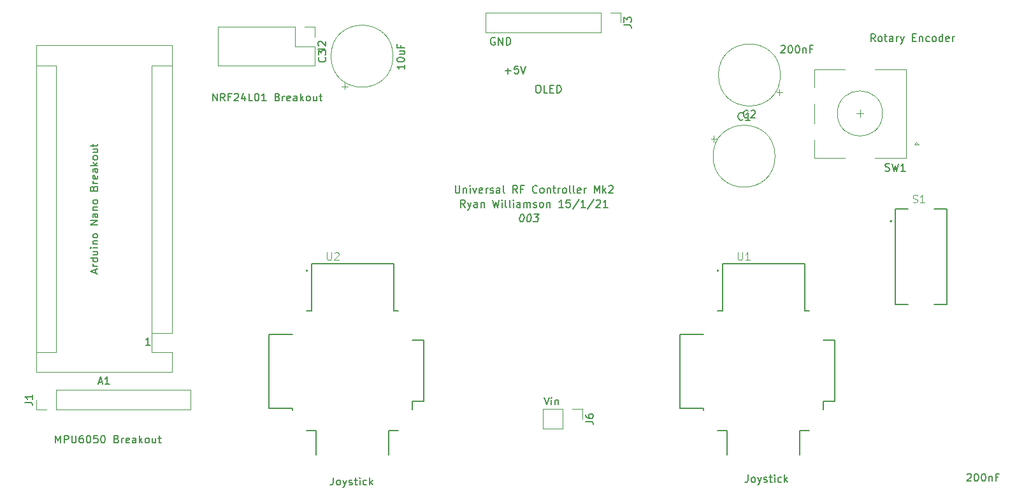
<source format=gbr>
%TF.GenerationSoftware,KiCad,Pcbnew,(5.1.7)-1*%
%TF.CreationDate,2021-01-15T10:10:13+10:00*%
%TF.ProjectId,Universal Controller Mk1,556e6976-6572-4736-916c-20436f6e7472,rev?*%
%TF.SameCoordinates,Original*%
%TF.FileFunction,Legend,Top*%
%TF.FilePolarity,Positive*%
%FSLAX46Y46*%
G04 Gerber Fmt 4.6, Leading zero omitted, Abs format (unit mm)*
G04 Created by KiCad (PCBNEW (5.1.7)-1) date 2021-01-15 10:10:13*
%MOMM*%
%LPD*%
G01*
G04 APERTURE LIST*
%ADD10C,0.150000*%
%ADD11C,0.120000*%
%ADD12C,0.127000*%
%ADD13C,0.200000*%
%ADD14C,0.015000*%
G04 APERTURE END LIST*
D10*
X135763095Y-52205000D02*
X135667857Y-52157380D01*
X135525000Y-52157380D01*
X135382142Y-52205000D01*
X135286904Y-52300238D01*
X135239285Y-52395476D01*
X135191666Y-52585952D01*
X135191666Y-52728809D01*
X135239285Y-52919285D01*
X135286904Y-53014523D01*
X135382142Y-53109761D01*
X135525000Y-53157380D01*
X135620238Y-53157380D01*
X135763095Y-53109761D01*
X135810714Y-53062142D01*
X135810714Y-52728809D01*
X135620238Y-52728809D01*
X136239285Y-53157380D02*
X136239285Y-52157380D01*
X136810714Y-53157380D01*
X136810714Y-52157380D01*
X137286904Y-53157380D02*
X137286904Y-52157380D01*
X137525000Y-52157380D01*
X137667857Y-52205000D01*
X137763095Y-52300238D01*
X137810714Y-52395476D01*
X137858333Y-52585952D01*
X137858333Y-52728809D01*
X137810714Y-52919285D01*
X137763095Y-53014523D01*
X137667857Y-53109761D01*
X137525000Y-53157380D01*
X137286904Y-53157380D01*
X141422619Y-58507380D02*
X141613095Y-58507380D01*
X141708333Y-58555000D01*
X141803571Y-58650238D01*
X141851190Y-58840714D01*
X141851190Y-59174047D01*
X141803571Y-59364523D01*
X141708333Y-59459761D01*
X141613095Y-59507380D01*
X141422619Y-59507380D01*
X141327380Y-59459761D01*
X141232142Y-59364523D01*
X141184523Y-59174047D01*
X141184523Y-58840714D01*
X141232142Y-58650238D01*
X141327380Y-58555000D01*
X141422619Y-58507380D01*
X142755952Y-59507380D02*
X142279761Y-59507380D01*
X142279761Y-58507380D01*
X143089285Y-58983571D02*
X143422619Y-58983571D01*
X143565476Y-59507380D02*
X143089285Y-59507380D01*
X143089285Y-58507380D01*
X143565476Y-58507380D01*
X143994047Y-59507380D02*
X143994047Y-58507380D01*
X144232142Y-58507380D01*
X144375000Y-58555000D01*
X144470238Y-58650238D01*
X144517857Y-58745476D01*
X144565476Y-58935952D01*
X144565476Y-59078809D01*
X144517857Y-59269285D01*
X144470238Y-59364523D01*
X144375000Y-59459761D01*
X144232142Y-59507380D01*
X143994047Y-59507380D01*
X82716666Y-83453809D02*
X82716666Y-82977619D01*
X83002380Y-83549047D02*
X82002380Y-83215714D01*
X83002380Y-82882380D01*
X83002380Y-82549047D02*
X82335714Y-82549047D01*
X82526190Y-82549047D02*
X82430952Y-82501428D01*
X82383333Y-82453809D01*
X82335714Y-82358571D01*
X82335714Y-82263333D01*
X83002380Y-81501428D02*
X82002380Y-81501428D01*
X82954761Y-81501428D02*
X83002380Y-81596666D01*
X83002380Y-81787142D01*
X82954761Y-81882380D01*
X82907142Y-81930000D01*
X82811904Y-81977619D01*
X82526190Y-81977619D01*
X82430952Y-81930000D01*
X82383333Y-81882380D01*
X82335714Y-81787142D01*
X82335714Y-81596666D01*
X82383333Y-81501428D01*
X82335714Y-80596666D02*
X83002380Y-80596666D01*
X82335714Y-81025238D02*
X82859523Y-81025238D01*
X82954761Y-80977619D01*
X83002380Y-80882380D01*
X83002380Y-80739523D01*
X82954761Y-80644285D01*
X82907142Y-80596666D01*
X83002380Y-80120476D02*
X82335714Y-80120476D01*
X82002380Y-80120476D02*
X82050000Y-80168095D01*
X82097619Y-80120476D01*
X82050000Y-80072857D01*
X82002380Y-80120476D01*
X82097619Y-80120476D01*
X82335714Y-79644285D02*
X83002380Y-79644285D01*
X82430952Y-79644285D02*
X82383333Y-79596666D01*
X82335714Y-79501428D01*
X82335714Y-79358571D01*
X82383333Y-79263333D01*
X82478571Y-79215714D01*
X83002380Y-79215714D01*
X83002380Y-78596666D02*
X82954761Y-78691904D01*
X82907142Y-78739523D01*
X82811904Y-78787142D01*
X82526190Y-78787142D01*
X82430952Y-78739523D01*
X82383333Y-78691904D01*
X82335714Y-78596666D01*
X82335714Y-78453809D01*
X82383333Y-78358571D01*
X82430952Y-78310952D01*
X82526190Y-78263333D01*
X82811904Y-78263333D01*
X82907142Y-78310952D01*
X82954761Y-78358571D01*
X83002380Y-78453809D01*
X83002380Y-78596666D01*
X83002380Y-77072857D02*
X82002380Y-77072857D01*
X83002380Y-76501428D01*
X82002380Y-76501428D01*
X83002380Y-75596666D02*
X82478571Y-75596666D01*
X82383333Y-75644285D01*
X82335714Y-75739523D01*
X82335714Y-75930000D01*
X82383333Y-76025238D01*
X82954761Y-75596666D02*
X83002380Y-75691904D01*
X83002380Y-75930000D01*
X82954761Y-76025238D01*
X82859523Y-76072857D01*
X82764285Y-76072857D01*
X82669047Y-76025238D01*
X82621428Y-75930000D01*
X82621428Y-75691904D01*
X82573809Y-75596666D01*
X82335714Y-75120476D02*
X83002380Y-75120476D01*
X82430952Y-75120476D02*
X82383333Y-75072857D01*
X82335714Y-74977619D01*
X82335714Y-74834761D01*
X82383333Y-74739523D01*
X82478571Y-74691904D01*
X83002380Y-74691904D01*
X83002380Y-74072857D02*
X82954761Y-74168095D01*
X82907142Y-74215714D01*
X82811904Y-74263333D01*
X82526190Y-74263333D01*
X82430952Y-74215714D01*
X82383333Y-74168095D01*
X82335714Y-74072857D01*
X82335714Y-73930000D01*
X82383333Y-73834761D01*
X82430952Y-73787142D01*
X82526190Y-73739523D01*
X82811904Y-73739523D01*
X82907142Y-73787142D01*
X82954761Y-73834761D01*
X83002380Y-73930000D01*
X83002380Y-74072857D01*
X82478571Y-72215714D02*
X82526190Y-72072857D01*
X82573809Y-72025238D01*
X82669047Y-71977619D01*
X82811904Y-71977619D01*
X82907142Y-72025238D01*
X82954761Y-72072857D01*
X83002380Y-72168095D01*
X83002380Y-72549047D01*
X82002380Y-72549047D01*
X82002380Y-72215714D01*
X82050000Y-72120476D01*
X82097619Y-72072857D01*
X82192857Y-72025238D01*
X82288095Y-72025238D01*
X82383333Y-72072857D01*
X82430952Y-72120476D01*
X82478571Y-72215714D01*
X82478571Y-72549047D01*
X83002380Y-71549047D02*
X82335714Y-71549047D01*
X82526190Y-71549047D02*
X82430952Y-71501428D01*
X82383333Y-71453809D01*
X82335714Y-71358571D01*
X82335714Y-71263333D01*
X82954761Y-70549047D02*
X83002380Y-70644285D01*
X83002380Y-70834761D01*
X82954761Y-70930000D01*
X82859523Y-70977619D01*
X82478571Y-70977619D01*
X82383333Y-70930000D01*
X82335714Y-70834761D01*
X82335714Y-70644285D01*
X82383333Y-70549047D01*
X82478571Y-70501428D01*
X82573809Y-70501428D01*
X82669047Y-70977619D01*
X83002380Y-69644285D02*
X82478571Y-69644285D01*
X82383333Y-69691904D01*
X82335714Y-69787142D01*
X82335714Y-69977619D01*
X82383333Y-70072857D01*
X82954761Y-69644285D02*
X83002380Y-69739523D01*
X83002380Y-69977619D01*
X82954761Y-70072857D01*
X82859523Y-70120476D01*
X82764285Y-70120476D01*
X82669047Y-70072857D01*
X82621428Y-69977619D01*
X82621428Y-69739523D01*
X82573809Y-69644285D01*
X83002380Y-69168095D02*
X82002380Y-69168095D01*
X82621428Y-69072857D02*
X83002380Y-68787142D01*
X82335714Y-68787142D02*
X82716666Y-69168095D01*
X83002380Y-68215714D02*
X82954761Y-68310952D01*
X82907142Y-68358571D01*
X82811904Y-68406190D01*
X82526190Y-68406190D01*
X82430952Y-68358571D01*
X82383333Y-68310952D01*
X82335714Y-68215714D01*
X82335714Y-68072857D01*
X82383333Y-67977619D01*
X82430952Y-67930000D01*
X82526190Y-67882380D01*
X82811904Y-67882380D01*
X82907142Y-67930000D01*
X82954761Y-67977619D01*
X83002380Y-68072857D01*
X83002380Y-68215714D01*
X82335714Y-67025238D02*
X83002380Y-67025238D01*
X82335714Y-67453809D02*
X82859523Y-67453809D01*
X82954761Y-67406190D01*
X83002380Y-67310952D01*
X83002380Y-67168095D01*
X82954761Y-67072857D01*
X82907142Y-67025238D01*
X82335714Y-66691904D02*
X82335714Y-66310952D01*
X82002380Y-66549047D02*
X82859523Y-66549047D01*
X82954761Y-66501428D01*
X83002380Y-66406190D01*
X83002380Y-66310952D01*
X137144285Y-56586428D02*
X137906190Y-56586428D01*
X137525238Y-56967380D02*
X137525238Y-56205476D01*
X138858571Y-55967380D02*
X138382380Y-55967380D01*
X138334761Y-56443571D01*
X138382380Y-56395952D01*
X138477619Y-56348333D01*
X138715714Y-56348333D01*
X138810952Y-56395952D01*
X138858571Y-56443571D01*
X138906190Y-56538809D01*
X138906190Y-56776904D01*
X138858571Y-56872142D01*
X138810952Y-56919761D01*
X138715714Y-56967380D01*
X138477619Y-56967380D01*
X138382380Y-56919761D01*
X138334761Y-56872142D01*
X139191904Y-55967380D02*
X139525238Y-56967380D01*
X139858571Y-55967380D01*
X139360014Y-75652380D02*
X139455252Y-75652380D01*
X139544538Y-75700000D01*
X139586205Y-75747619D01*
X139621919Y-75842857D01*
X139645729Y-76033333D01*
X139615967Y-76271428D01*
X139544538Y-76461904D01*
X139485014Y-76557142D01*
X139431443Y-76604761D01*
X139330252Y-76652380D01*
X139235014Y-76652380D01*
X139145729Y-76604761D01*
X139104062Y-76557142D01*
X139068348Y-76461904D01*
X139044538Y-76271428D01*
X139074300Y-76033333D01*
X139145729Y-75842857D01*
X139205252Y-75747619D01*
X139258824Y-75700000D01*
X139360014Y-75652380D01*
X140312395Y-75652380D02*
X140407633Y-75652380D01*
X140496919Y-75700000D01*
X140538586Y-75747619D01*
X140574300Y-75842857D01*
X140598110Y-76033333D01*
X140568348Y-76271428D01*
X140496919Y-76461904D01*
X140437395Y-76557142D01*
X140383824Y-76604761D01*
X140282633Y-76652380D01*
X140187395Y-76652380D01*
X140098110Y-76604761D01*
X140056443Y-76557142D01*
X140020729Y-76461904D01*
X139996919Y-76271428D01*
X140026681Y-76033333D01*
X140098110Y-75842857D01*
X140157633Y-75747619D01*
X140211205Y-75700000D01*
X140312395Y-75652380D01*
X140979062Y-75652380D02*
X141598110Y-75652380D01*
X141217157Y-76033333D01*
X141360014Y-76033333D01*
X141449300Y-76080952D01*
X141490967Y-76128571D01*
X141526681Y-76223809D01*
X141496919Y-76461904D01*
X141437395Y-76557142D01*
X141383824Y-76604761D01*
X141282633Y-76652380D01*
X140996919Y-76652380D01*
X140907633Y-76604761D01*
X140865967Y-76557142D01*
X131803333Y-74747380D02*
X131470000Y-74271190D01*
X131231904Y-74747380D02*
X131231904Y-73747380D01*
X131612857Y-73747380D01*
X131708095Y-73795000D01*
X131755714Y-73842619D01*
X131803333Y-73937857D01*
X131803333Y-74080714D01*
X131755714Y-74175952D01*
X131708095Y-74223571D01*
X131612857Y-74271190D01*
X131231904Y-74271190D01*
X132136666Y-74080714D02*
X132374761Y-74747380D01*
X132612857Y-74080714D02*
X132374761Y-74747380D01*
X132279523Y-74985476D01*
X132231904Y-75033095D01*
X132136666Y-75080714D01*
X133422380Y-74747380D02*
X133422380Y-74223571D01*
X133374761Y-74128333D01*
X133279523Y-74080714D01*
X133089047Y-74080714D01*
X132993809Y-74128333D01*
X133422380Y-74699761D02*
X133327142Y-74747380D01*
X133089047Y-74747380D01*
X132993809Y-74699761D01*
X132946190Y-74604523D01*
X132946190Y-74509285D01*
X132993809Y-74414047D01*
X133089047Y-74366428D01*
X133327142Y-74366428D01*
X133422380Y-74318809D01*
X133898571Y-74080714D02*
X133898571Y-74747380D01*
X133898571Y-74175952D02*
X133946190Y-74128333D01*
X134041428Y-74080714D01*
X134184285Y-74080714D01*
X134279523Y-74128333D01*
X134327142Y-74223571D01*
X134327142Y-74747380D01*
X135470000Y-73747380D02*
X135708095Y-74747380D01*
X135898571Y-74033095D01*
X136089047Y-74747380D01*
X136327142Y-73747380D01*
X136708095Y-74747380D02*
X136708095Y-74080714D01*
X136708095Y-73747380D02*
X136660476Y-73795000D01*
X136708095Y-73842619D01*
X136755714Y-73795000D01*
X136708095Y-73747380D01*
X136708095Y-73842619D01*
X137327142Y-74747380D02*
X137231904Y-74699761D01*
X137184285Y-74604523D01*
X137184285Y-73747380D01*
X137850952Y-74747380D02*
X137755714Y-74699761D01*
X137708095Y-74604523D01*
X137708095Y-73747380D01*
X138231904Y-74747380D02*
X138231904Y-74080714D01*
X138231904Y-73747380D02*
X138184285Y-73795000D01*
X138231904Y-73842619D01*
X138279523Y-73795000D01*
X138231904Y-73747380D01*
X138231904Y-73842619D01*
X139136666Y-74747380D02*
X139136666Y-74223571D01*
X139089047Y-74128333D01*
X138993809Y-74080714D01*
X138803333Y-74080714D01*
X138708095Y-74128333D01*
X139136666Y-74699761D02*
X139041428Y-74747380D01*
X138803333Y-74747380D01*
X138708095Y-74699761D01*
X138660476Y-74604523D01*
X138660476Y-74509285D01*
X138708095Y-74414047D01*
X138803333Y-74366428D01*
X139041428Y-74366428D01*
X139136666Y-74318809D01*
X139612857Y-74747380D02*
X139612857Y-74080714D01*
X139612857Y-74175952D02*
X139660476Y-74128333D01*
X139755714Y-74080714D01*
X139898571Y-74080714D01*
X139993809Y-74128333D01*
X140041428Y-74223571D01*
X140041428Y-74747380D01*
X140041428Y-74223571D02*
X140089047Y-74128333D01*
X140184285Y-74080714D01*
X140327142Y-74080714D01*
X140422380Y-74128333D01*
X140470000Y-74223571D01*
X140470000Y-74747380D01*
X140898571Y-74699761D02*
X140993809Y-74747380D01*
X141184285Y-74747380D01*
X141279523Y-74699761D01*
X141327142Y-74604523D01*
X141327142Y-74556904D01*
X141279523Y-74461666D01*
X141184285Y-74414047D01*
X141041428Y-74414047D01*
X140946190Y-74366428D01*
X140898571Y-74271190D01*
X140898571Y-74223571D01*
X140946190Y-74128333D01*
X141041428Y-74080714D01*
X141184285Y-74080714D01*
X141279523Y-74128333D01*
X141898571Y-74747380D02*
X141803333Y-74699761D01*
X141755714Y-74652142D01*
X141708095Y-74556904D01*
X141708095Y-74271190D01*
X141755714Y-74175952D01*
X141803333Y-74128333D01*
X141898571Y-74080714D01*
X142041428Y-74080714D01*
X142136666Y-74128333D01*
X142184285Y-74175952D01*
X142231904Y-74271190D01*
X142231904Y-74556904D01*
X142184285Y-74652142D01*
X142136666Y-74699761D01*
X142041428Y-74747380D01*
X141898571Y-74747380D01*
X142660476Y-74080714D02*
X142660476Y-74747380D01*
X142660476Y-74175952D02*
X142708095Y-74128333D01*
X142803333Y-74080714D01*
X142946190Y-74080714D01*
X143041428Y-74128333D01*
X143089047Y-74223571D01*
X143089047Y-74747380D01*
X144850952Y-74747380D02*
X144279523Y-74747380D01*
X144565238Y-74747380D02*
X144565238Y-73747380D01*
X144470000Y-73890238D01*
X144374761Y-73985476D01*
X144279523Y-74033095D01*
X145755714Y-73747380D02*
X145279523Y-73747380D01*
X145231904Y-74223571D01*
X145279523Y-74175952D01*
X145374761Y-74128333D01*
X145612857Y-74128333D01*
X145708095Y-74175952D01*
X145755714Y-74223571D01*
X145803333Y-74318809D01*
X145803333Y-74556904D01*
X145755714Y-74652142D01*
X145708095Y-74699761D01*
X145612857Y-74747380D01*
X145374761Y-74747380D01*
X145279523Y-74699761D01*
X145231904Y-74652142D01*
X146946190Y-73699761D02*
X146089047Y-74985476D01*
X147803333Y-74747380D02*
X147231904Y-74747380D01*
X147517619Y-74747380D02*
X147517619Y-73747380D01*
X147422380Y-73890238D01*
X147327142Y-73985476D01*
X147231904Y-74033095D01*
X148946190Y-73699761D02*
X148089047Y-74985476D01*
X149231904Y-73842619D02*
X149279523Y-73795000D01*
X149374761Y-73747380D01*
X149612857Y-73747380D01*
X149708095Y-73795000D01*
X149755714Y-73842619D01*
X149803333Y-73937857D01*
X149803333Y-74033095D01*
X149755714Y-74175952D01*
X149184285Y-74747380D01*
X149803333Y-74747380D01*
X150755714Y-74747380D02*
X150184285Y-74747380D01*
X150470000Y-74747380D02*
X150470000Y-73747380D01*
X150374761Y-73890238D01*
X150279523Y-73985476D01*
X150184285Y-74033095D01*
X130517619Y-71842380D02*
X130517619Y-72651904D01*
X130565238Y-72747142D01*
X130612857Y-72794761D01*
X130708095Y-72842380D01*
X130898571Y-72842380D01*
X130993809Y-72794761D01*
X131041428Y-72747142D01*
X131089047Y-72651904D01*
X131089047Y-71842380D01*
X131565238Y-72175714D02*
X131565238Y-72842380D01*
X131565238Y-72270952D02*
X131612857Y-72223333D01*
X131708095Y-72175714D01*
X131850952Y-72175714D01*
X131946190Y-72223333D01*
X131993809Y-72318571D01*
X131993809Y-72842380D01*
X132470000Y-72842380D02*
X132470000Y-72175714D01*
X132470000Y-71842380D02*
X132422380Y-71890000D01*
X132470000Y-71937619D01*
X132517619Y-71890000D01*
X132470000Y-71842380D01*
X132470000Y-71937619D01*
X132850952Y-72175714D02*
X133089047Y-72842380D01*
X133327142Y-72175714D01*
X134089047Y-72794761D02*
X133993809Y-72842380D01*
X133803333Y-72842380D01*
X133708095Y-72794761D01*
X133660476Y-72699523D01*
X133660476Y-72318571D01*
X133708095Y-72223333D01*
X133803333Y-72175714D01*
X133993809Y-72175714D01*
X134089047Y-72223333D01*
X134136666Y-72318571D01*
X134136666Y-72413809D01*
X133660476Y-72509047D01*
X134565238Y-72842380D02*
X134565238Y-72175714D01*
X134565238Y-72366190D02*
X134612857Y-72270952D01*
X134660476Y-72223333D01*
X134755714Y-72175714D01*
X134850952Y-72175714D01*
X135136666Y-72794761D02*
X135231904Y-72842380D01*
X135422380Y-72842380D01*
X135517619Y-72794761D01*
X135565238Y-72699523D01*
X135565238Y-72651904D01*
X135517619Y-72556666D01*
X135422380Y-72509047D01*
X135279523Y-72509047D01*
X135184285Y-72461428D01*
X135136666Y-72366190D01*
X135136666Y-72318571D01*
X135184285Y-72223333D01*
X135279523Y-72175714D01*
X135422380Y-72175714D01*
X135517619Y-72223333D01*
X136422380Y-72842380D02*
X136422380Y-72318571D01*
X136374761Y-72223333D01*
X136279523Y-72175714D01*
X136089047Y-72175714D01*
X135993809Y-72223333D01*
X136422380Y-72794761D02*
X136327142Y-72842380D01*
X136089047Y-72842380D01*
X135993809Y-72794761D01*
X135946190Y-72699523D01*
X135946190Y-72604285D01*
X135993809Y-72509047D01*
X136089047Y-72461428D01*
X136327142Y-72461428D01*
X136422380Y-72413809D01*
X137041428Y-72842380D02*
X136946190Y-72794761D01*
X136898571Y-72699523D01*
X136898571Y-71842380D01*
X138755714Y-72842380D02*
X138422380Y-72366190D01*
X138184285Y-72842380D02*
X138184285Y-71842380D01*
X138565238Y-71842380D01*
X138660476Y-71890000D01*
X138708095Y-71937619D01*
X138755714Y-72032857D01*
X138755714Y-72175714D01*
X138708095Y-72270952D01*
X138660476Y-72318571D01*
X138565238Y-72366190D01*
X138184285Y-72366190D01*
X139517619Y-72318571D02*
X139184285Y-72318571D01*
X139184285Y-72842380D02*
X139184285Y-71842380D01*
X139660476Y-71842380D01*
X141374761Y-72747142D02*
X141327142Y-72794761D01*
X141184285Y-72842380D01*
X141089047Y-72842380D01*
X140946190Y-72794761D01*
X140850952Y-72699523D01*
X140803333Y-72604285D01*
X140755714Y-72413809D01*
X140755714Y-72270952D01*
X140803333Y-72080476D01*
X140850952Y-71985238D01*
X140946190Y-71890000D01*
X141089047Y-71842380D01*
X141184285Y-71842380D01*
X141327142Y-71890000D01*
X141374761Y-71937619D01*
X141946190Y-72842380D02*
X141850952Y-72794761D01*
X141803333Y-72747142D01*
X141755714Y-72651904D01*
X141755714Y-72366190D01*
X141803333Y-72270952D01*
X141850952Y-72223333D01*
X141946190Y-72175714D01*
X142089047Y-72175714D01*
X142184285Y-72223333D01*
X142231904Y-72270952D01*
X142279523Y-72366190D01*
X142279523Y-72651904D01*
X142231904Y-72747142D01*
X142184285Y-72794761D01*
X142089047Y-72842380D01*
X141946190Y-72842380D01*
X142708095Y-72175714D02*
X142708095Y-72842380D01*
X142708095Y-72270952D02*
X142755714Y-72223333D01*
X142850952Y-72175714D01*
X142993809Y-72175714D01*
X143089047Y-72223333D01*
X143136666Y-72318571D01*
X143136666Y-72842380D01*
X143470000Y-72175714D02*
X143850952Y-72175714D01*
X143612857Y-71842380D02*
X143612857Y-72699523D01*
X143660476Y-72794761D01*
X143755714Y-72842380D01*
X143850952Y-72842380D01*
X144184285Y-72842380D02*
X144184285Y-72175714D01*
X144184285Y-72366190D02*
X144231904Y-72270952D01*
X144279523Y-72223333D01*
X144374761Y-72175714D01*
X144470000Y-72175714D01*
X144946190Y-72842380D02*
X144850952Y-72794761D01*
X144803333Y-72747142D01*
X144755714Y-72651904D01*
X144755714Y-72366190D01*
X144803333Y-72270952D01*
X144850952Y-72223333D01*
X144946190Y-72175714D01*
X145089047Y-72175714D01*
X145184285Y-72223333D01*
X145231904Y-72270952D01*
X145279523Y-72366190D01*
X145279523Y-72651904D01*
X145231904Y-72747142D01*
X145184285Y-72794761D01*
X145089047Y-72842380D01*
X144946190Y-72842380D01*
X145850952Y-72842380D02*
X145755714Y-72794761D01*
X145708095Y-72699523D01*
X145708095Y-71842380D01*
X146374761Y-72842380D02*
X146279523Y-72794761D01*
X146231904Y-72699523D01*
X146231904Y-71842380D01*
X147136666Y-72794761D02*
X147041428Y-72842380D01*
X146850952Y-72842380D01*
X146755714Y-72794761D01*
X146708095Y-72699523D01*
X146708095Y-72318571D01*
X146755714Y-72223333D01*
X146850952Y-72175714D01*
X147041428Y-72175714D01*
X147136666Y-72223333D01*
X147184285Y-72318571D01*
X147184285Y-72413809D01*
X146708095Y-72509047D01*
X147612857Y-72842380D02*
X147612857Y-72175714D01*
X147612857Y-72366190D02*
X147660476Y-72270952D01*
X147708095Y-72223333D01*
X147803333Y-72175714D01*
X147898571Y-72175714D01*
X148993809Y-72842380D02*
X148993809Y-71842380D01*
X149327142Y-72556666D01*
X149660476Y-71842380D01*
X149660476Y-72842380D01*
X150136666Y-72842380D02*
X150136666Y-71842380D01*
X150231904Y-72461428D02*
X150517619Y-72842380D01*
X150517619Y-72175714D02*
X150136666Y-72556666D01*
X150898571Y-71937619D02*
X150946190Y-71890000D01*
X151041428Y-71842380D01*
X151279523Y-71842380D01*
X151374761Y-71890000D01*
X151422380Y-71937619D01*
X151470000Y-72032857D01*
X151470000Y-72128095D01*
X151422380Y-72270952D01*
X150850952Y-72842380D01*
X151470000Y-72842380D01*
X98270323Y-60599580D02*
X98270323Y-59599580D01*
X98841752Y-60599580D01*
X98841752Y-59599580D01*
X99889371Y-60599580D02*
X99556038Y-60123390D01*
X99317942Y-60599580D02*
X99317942Y-59599580D01*
X99698895Y-59599580D01*
X99794133Y-59647200D01*
X99841752Y-59694819D01*
X99889371Y-59790057D01*
X99889371Y-59932914D01*
X99841752Y-60028152D01*
X99794133Y-60075771D01*
X99698895Y-60123390D01*
X99317942Y-60123390D01*
X100651276Y-60075771D02*
X100317942Y-60075771D01*
X100317942Y-60599580D02*
X100317942Y-59599580D01*
X100794133Y-59599580D01*
X101127466Y-59694819D02*
X101175085Y-59647200D01*
X101270323Y-59599580D01*
X101508419Y-59599580D01*
X101603657Y-59647200D01*
X101651276Y-59694819D01*
X101698895Y-59790057D01*
X101698895Y-59885295D01*
X101651276Y-60028152D01*
X101079847Y-60599580D01*
X101698895Y-60599580D01*
X102556038Y-59932914D02*
X102556038Y-60599580D01*
X102317942Y-59551961D02*
X102079847Y-60266247D01*
X102698895Y-60266247D01*
X103556038Y-60599580D02*
X103079847Y-60599580D01*
X103079847Y-59599580D01*
X104079847Y-59599580D02*
X104175085Y-59599580D01*
X104270323Y-59647200D01*
X104317942Y-59694819D01*
X104365561Y-59790057D01*
X104413180Y-59980533D01*
X104413180Y-60218628D01*
X104365561Y-60409104D01*
X104317942Y-60504342D01*
X104270323Y-60551961D01*
X104175085Y-60599580D01*
X104079847Y-60599580D01*
X103984609Y-60551961D01*
X103936990Y-60504342D01*
X103889371Y-60409104D01*
X103841752Y-60218628D01*
X103841752Y-59980533D01*
X103889371Y-59790057D01*
X103936990Y-59694819D01*
X103984609Y-59647200D01*
X104079847Y-59599580D01*
X105365561Y-60599580D02*
X104794133Y-60599580D01*
X105079847Y-60599580D02*
X105079847Y-59599580D01*
X104984609Y-59742438D01*
X104889371Y-59837676D01*
X104794133Y-59885295D01*
X106889371Y-60075771D02*
X107032228Y-60123390D01*
X107079847Y-60171009D01*
X107127466Y-60266247D01*
X107127466Y-60409104D01*
X107079847Y-60504342D01*
X107032228Y-60551961D01*
X106936990Y-60599580D01*
X106556038Y-60599580D01*
X106556038Y-59599580D01*
X106889371Y-59599580D01*
X106984609Y-59647200D01*
X107032228Y-59694819D01*
X107079847Y-59790057D01*
X107079847Y-59885295D01*
X107032228Y-59980533D01*
X106984609Y-60028152D01*
X106889371Y-60075771D01*
X106556038Y-60075771D01*
X107556038Y-60599580D02*
X107556038Y-59932914D01*
X107556038Y-60123390D02*
X107603657Y-60028152D01*
X107651276Y-59980533D01*
X107746514Y-59932914D01*
X107841752Y-59932914D01*
X108556038Y-60551961D02*
X108460800Y-60599580D01*
X108270323Y-60599580D01*
X108175085Y-60551961D01*
X108127466Y-60456723D01*
X108127466Y-60075771D01*
X108175085Y-59980533D01*
X108270323Y-59932914D01*
X108460800Y-59932914D01*
X108556038Y-59980533D01*
X108603657Y-60075771D01*
X108603657Y-60171009D01*
X108127466Y-60266247D01*
X109460800Y-60599580D02*
X109460800Y-60075771D01*
X109413180Y-59980533D01*
X109317942Y-59932914D01*
X109127466Y-59932914D01*
X109032228Y-59980533D01*
X109460800Y-60551961D02*
X109365561Y-60599580D01*
X109127466Y-60599580D01*
X109032228Y-60551961D01*
X108984609Y-60456723D01*
X108984609Y-60361485D01*
X109032228Y-60266247D01*
X109127466Y-60218628D01*
X109365561Y-60218628D01*
X109460800Y-60171009D01*
X109936990Y-60599580D02*
X109936990Y-59599580D01*
X110032228Y-60218628D02*
X110317942Y-60599580D01*
X110317942Y-59932914D02*
X109936990Y-60313866D01*
X110889371Y-60599580D02*
X110794133Y-60551961D01*
X110746514Y-60504342D01*
X110698895Y-60409104D01*
X110698895Y-60123390D01*
X110746514Y-60028152D01*
X110794133Y-59980533D01*
X110889371Y-59932914D01*
X111032228Y-59932914D01*
X111127466Y-59980533D01*
X111175085Y-60028152D01*
X111222704Y-60123390D01*
X111222704Y-60409104D01*
X111175085Y-60504342D01*
X111127466Y-60551961D01*
X111032228Y-60599580D01*
X110889371Y-60599580D01*
X112079847Y-59932914D02*
X112079847Y-60599580D01*
X111651276Y-59932914D02*
X111651276Y-60456723D01*
X111698895Y-60551961D01*
X111794133Y-60599580D01*
X111936990Y-60599580D01*
X112032228Y-60551961D01*
X112079847Y-60504342D01*
X112413180Y-59932914D02*
X112794133Y-59932914D01*
X112556038Y-59599580D02*
X112556038Y-60456723D01*
X112603657Y-60551961D01*
X112698895Y-60599580D01*
X112794133Y-60599580D01*
X123743980Y-55783028D02*
X123743980Y-56354457D01*
X123743980Y-56068742D02*
X122743980Y-56068742D01*
X122886838Y-56163980D01*
X122982076Y-56259219D01*
X123029695Y-56354457D01*
X122743980Y-55163980D02*
X122743980Y-55068742D01*
X122791600Y-54973504D01*
X122839219Y-54925885D01*
X122934457Y-54878266D01*
X123124933Y-54830647D01*
X123363028Y-54830647D01*
X123553504Y-54878266D01*
X123648742Y-54925885D01*
X123696361Y-54973504D01*
X123743980Y-55068742D01*
X123743980Y-55163980D01*
X123696361Y-55259219D01*
X123648742Y-55306838D01*
X123553504Y-55354457D01*
X123363028Y-55402076D01*
X123124933Y-55402076D01*
X122934457Y-55354457D01*
X122839219Y-55306838D01*
X122791600Y-55259219D01*
X122743980Y-55163980D01*
X123077314Y-53973504D02*
X123743980Y-53973504D01*
X123077314Y-54402076D02*
X123601123Y-54402076D01*
X123696361Y-54354457D01*
X123743980Y-54259219D01*
X123743980Y-54116361D01*
X123696361Y-54021123D01*
X123648742Y-53973504D01*
X123220171Y-53163980D02*
X123220171Y-53497314D01*
X123743980Y-53497314D02*
X122743980Y-53497314D01*
X122743980Y-53021123D01*
X142282990Y-99985580D02*
X142616323Y-100985580D01*
X142949657Y-99985580D01*
X143282990Y-100985580D02*
X143282990Y-100318914D01*
X143282990Y-99985580D02*
X143235371Y-100033200D01*
X143282990Y-100080819D01*
X143330609Y-100033200D01*
X143282990Y-99985580D01*
X143282990Y-100080819D01*
X143759180Y-100318914D02*
X143759180Y-100985580D01*
X143759180Y-100414152D02*
X143806800Y-100366533D01*
X143902038Y-100318914D01*
X144044895Y-100318914D01*
X144140133Y-100366533D01*
X144187752Y-100461771D01*
X144187752Y-100985580D01*
X173775952Y-53319419D02*
X173823571Y-53271800D01*
X173918809Y-53224180D01*
X174156904Y-53224180D01*
X174252142Y-53271800D01*
X174299761Y-53319419D01*
X174347380Y-53414657D01*
X174347380Y-53509895D01*
X174299761Y-53652752D01*
X173728333Y-54224180D01*
X174347380Y-54224180D01*
X174966428Y-53224180D02*
X175061666Y-53224180D01*
X175156904Y-53271800D01*
X175204523Y-53319419D01*
X175252142Y-53414657D01*
X175299761Y-53605133D01*
X175299761Y-53843228D01*
X175252142Y-54033704D01*
X175204523Y-54128942D01*
X175156904Y-54176561D01*
X175061666Y-54224180D01*
X174966428Y-54224180D01*
X174871190Y-54176561D01*
X174823571Y-54128942D01*
X174775952Y-54033704D01*
X174728333Y-53843228D01*
X174728333Y-53605133D01*
X174775952Y-53414657D01*
X174823571Y-53319419D01*
X174871190Y-53271800D01*
X174966428Y-53224180D01*
X175918809Y-53224180D02*
X176014047Y-53224180D01*
X176109285Y-53271800D01*
X176156904Y-53319419D01*
X176204523Y-53414657D01*
X176252142Y-53605133D01*
X176252142Y-53843228D01*
X176204523Y-54033704D01*
X176156904Y-54128942D01*
X176109285Y-54176561D01*
X176014047Y-54224180D01*
X175918809Y-54224180D01*
X175823571Y-54176561D01*
X175775952Y-54128942D01*
X175728333Y-54033704D01*
X175680714Y-53843228D01*
X175680714Y-53605133D01*
X175728333Y-53414657D01*
X175775952Y-53319419D01*
X175823571Y-53271800D01*
X175918809Y-53224180D01*
X176680714Y-53557514D02*
X176680714Y-54224180D01*
X176680714Y-53652752D02*
X176728333Y-53605133D01*
X176823571Y-53557514D01*
X176966428Y-53557514D01*
X177061666Y-53605133D01*
X177109285Y-53700371D01*
X177109285Y-54224180D01*
X177918809Y-53700371D02*
X177585476Y-53700371D01*
X177585476Y-54224180D02*
X177585476Y-53224180D01*
X178061666Y-53224180D01*
X198490152Y-110240819D02*
X198537771Y-110193200D01*
X198633009Y-110145580D01*
X198871104Y-110145580D01*
X198966342Y-110193200D01*
X199013961Y-110240819D01*
X199061580Y-110336057D01*
X199061580Y-110431295D01*
X199013961Y-110574152D01*
X198442533Y-111145580D01*
X199061580Y-111145580D01*
X199680628Y-110145580D02*
X199775866Y-110145580D01*
X199871104Y-110193200D01*
X199918723Y-110240819D01*
X199966342Y-110336057D01*
X200013961Y-110526533D01*
X200013961Y-110764628D01*
X199966342Y-110955104D01*
X199918723Y-111050342D01*
X199871104Y-111097961D01*
X199775866Y-111145580D01*
X199680628Y-111145580D01*
X199585390Y-111097961D01*
X199537771Y-111050342D01*
X199490152Y-110955104D01*
X199442533Y-110764628D01*
X199442533Y-110526533D01*
X199490152Y-110336057D01*
X199537771Y-110240819D01*
X199585390Y-110193200D01*
X199680628Y-110145580D01*
X200633009Y-110145580D02*
X200728247Y-110145580D01*
X200823485Y-110193200D01*
X200871104Y-110240819D01*
X200918723Y-110336057D01*
X200966342Y-110526533D01*
X200966342Y-110764628D01*
X200918723Y-110955104D01*
X200871104Y-111050342D01*
X200823485Y-111097961D01*
X200728247Y-111145580D01*
X200633009Y-111145580D01*
X200537771Y-111097961D01*
X200490152Y-111050342D01*
X200442533Y-110955104D01*
X200394914Y-110764628D01*
X200394914Y-110526533D01*
X200442533Y-110336057D01*
X200490152Y-110240819D01*
X200537771Y-110193200D01*
X200633009Y-110145580D01*
X201394914Y-110478914D02*
X201394914Y-111145580D01*
X201394914Y-110574152D02*
X201442533Y-110526533D01*
X201537771Y-110478914D01*
X201680628Y-110478914D01*
X201775866Y-110526533D01*
X201823485Y-110621771D01*
X201823485Y-111145580D01*
X202633009Y-110621771D02*
X202299676Y-110621771D01*
X202299676Y-111145580D02*
X202299676Y-110145580D01*
X202775866Y-110145580D01*
X186308028Y-52700180D02*
X185974695Y-52223990D01*
X185736600Y-52700180D02*
X185736600Y-51700180D01*
X186117552Y-51700180D01*
X186212790Y-51747800D01*
X186260409Y-51795419D01*
X186308028Y-51890657D01*
X186308028Y-52033514D01*
X186260409Y-52128752D01*
X186212790Y-52176371D01*
X186117552Y-52223990D01*
X185736600Y-52223990D01*
X186879457Y-52700180D02*
X186784219Y-52652561D01*
X186736600Y-52604942D01*
X186688980Y-52509704D01*
X186688980Y-52223990D01*
X186736600Y-52128752D01*
X186784219Y-52081133D01*
X186879457Y-52033514D01*
X187022314Y-52033514D01*
X187117552Y-52081133D01*
X187165171Y-52128752D01*
X187212790Y-52223990D01*
X187212790Y-52509704D01*
X187165171Y-52604942D01*
X187117552Y-52652561D01*
X187022314Y-52700180D01*
X186879457Y-52700180D01*
X187498504Y-52033514D02*
X187879457Y-52033514D01*
X187641361Y-51700180D02*
X187641361Y-52557323D01*
X187688980Y-52652561D01*
X187784219Y-52700180D01*
X187879457Y-52700180D01*
X188641361Y-52700180D02*
X188641361Y-52176371D01*
X188593742Y-52081133D01*
X188498504Y-52033514D01*
X188308028Y-52033514D01*
X188212790Y-52081133D01*
X188641361Y-52652561D02*
X188546123Y-52700180D01*
X188308028Y-52700180D01*
X188212790Y-52652561D01*
X188165171Y-52557323D01*
X188165171Y-52462085D01*
X188212790Y-52366847D01*
X188308028Y-52319228D01*
X188546123Y-52319228D01*
X188641361Y-52271609D01*
X189117552Y-52700180D02*
X189117552Y-52033514D01*
X189117552Y-52223990D02*
X189165171Y-52128752D01*
X189212790Y-52081133D01*
X189308028Y-52033514D01*
X189403266Y-52033514D01*
X189641361Y-52033514D02*
X189879457Y-52700180D01*
X190117552Y-52033514D02*
X189879457Y-52700180D01*
X189784219Y-52938276D01*
X189736600Y-52985895D01*
X189641361Y-53033514D01*
X191260409Y-52176371D02*
X191593742Y-52176371D01*
X191736600Y-52700180D02*
X191260409Y-52700180D01*
X191260409Y-51700180D01*
X191736600Y-51700180D01*
X192165171Y-52033514D02*
X192165171Y-52700180D01*
X192165171Y-52128752D02*
X192212790Y-52081133D01*
X192308028Y-52033514D01*
X192450885Y-52033514D01*
X192546123Y-52081133D01*
X192593742Y-52176371D01*
X192593742Y-52700180D01*
X193498504Y-52652561D02*
X193403266Y-52700180D01*
X193212790Y-52700180D01*
X193117552Y-52652561D01*
X193069933Y-52604942D01*
X193022314Y-52509704D01*
X193022314Y-52223990D01*
X193069933Y-52128752D01*
X193117552Y-52081133D01*
X193212790Y-52033514D01*
X193403266Y-52033514D01*
X193498504Y-52081133D01*
X194069933Y-52700180D02*
X193974695Y-52652561D01*
X193927076Y-52604942D01*
X193879457Y-52509704D01*
X193879457Y-52223990D01*
X193927076Y-52128752D01*
X193974695Y-52081133D01*
X194069933Y-52033514D01*
X194212790Y-52033514D01*
X194308028Y-52081133D01*
X194355647Y-52128752D01*
X194403266Y-52223990D01*
X194403266Y-52509704D01*
X194355647Y-52604942D01*
X194308028Y-52652561D01*
X194212790Y-52700180D01*
X194069933Y-52700180D01*
X195260409Y-52700180D02*
X195260409Y-51700180D01*
X195260409Y-52652561D02*
X195165171Y-52700180D01*
X194974695Y-52700180D01*
X194879457Y-52652561D01*
X194831838Y-52604942D01*
X194784219Y-52509704D01*
X194784219Y-52223990D01*
X194831838Y-52128752D01*
X194879457Y-52081133D01*
X194974695Y-52033514D01*
X195165171Y-52033514D01*
X195260409Y-52081133D01*
X196117552Y-52652561D02*
X196022314Y-52700180D01*
X195831838Y-52700180D01*
X195736600Y-52652561D01*
X195688980Y-52557323D01*
X195688980Y-52176371D01*
X195736600Y-52081133D01*
X195831838Y-52033514D01*
X196022314Y-52033514D01*
X196117552Y-52081133D01*
X196165171Y-52176371D01*
X196165171Y-52271609D01*
X195688980Y-52366847D01*
X196593742Y-52700180D02*
X196593742Y-52033514D01*
X196593742Y-52223990D02*
X196641361Y-52128752D01*
X196688980Y-52081133D01*
X196784219Y-52033514D01*
X196879457Y-52033514D01*
X169404019Y-110297980D02*
X169404019Y-111012266D01*
X169356400Y-111155123D01*
X169261161Y-111250361D01*
X169118304Y-111297980D01*
X169023066Y-111297980D01*
X170023066Y-111297980D02*
X169927828Y-111250361D01*
X169880209Y-111202742D01*
X169832590Y-111107504D01*
X169832590Y-110821790D01*
X169880209Y-110726552D01*
X169927828Y-110678933D01*
X170023066Y-110631314D01*
X170165923Y-110631314D01*
X170261161Y-110678933D01*
X170308780Y-110726552D01*
X170356400Y-110821790D01*
X170356400Y-111107504D01*
X170308780Y-111202742D01*
X170261161Y-111250361D01*
X170165923Y-111297980D01*
X170023066Y-111297980D01*
X170689733Y-110631314D02*
X170927828Y-111297980D01*
X171165923Y-110631314D02*
X170927828Y-111297980D01*
X170832590Y-111536076D01*
X170784971Y-111583695D01*
X170689733Y-111631314D01*
X171499257Y-111250361D02*
X171594495Y-111297980D01*
X171784971Y-111297980D01*
X171880209Y-111250361D01*
X171927828Y-111155123D01*
X171927828Y-111107504D01*
X171880209Y-111012266D01*
X171784971Y-110964647D01*
X171642114Y-110964647D01*
X171546876Y-110917028D01*
X171499257Y-110821790D01*
X171499257Y-110774171D01*
X171546876Y-110678933D01*
X171642114Y-110631314D01*
X171784971Y-110631314D01*
X171880209Y-110678933D01*
X172213542Y-110631314D02*
X172594495Y-110631314D01*
X172356400Y-110297980D02*
X172356400Y-111155123D01*
X172404019Y-111250361D01*
X172499257Y-111297980D01*
X172594495Y-111297980D01*
X172927828Y-111297980D02*
X172927828Y-110631314D01*
X172927828Y-110297980D02*
X172880209Y-110345600D01*
X172927828Y-110393219D01*
X172975447Y-110345600D01*
X172927828Y-110297980D01*
X172927828Y-110393219D01*
X173832590Y-111250361D02*
X173737352Y-111297980D01*
X173546876Y-111297980D01*
X173451638Y-111250361D01*
X173404019Y-111202742D01*
X173356400Y-111107504D01*
X173356400Y-110821790D01*
X173404019Y-110726552D01*
X173451638Y-110678933D01*
X173546876Y-110631314D01*
X173737352Y-110631314D01*
X173832590Y-110678933D01*
X174261161Y-111297980D02*
X174261161Y-110297980D01*
X174356400Y-110917028D02*
X174642114Y-111297980D01*
X174642114Y-110631314D02*
X174261161Y-111012266D01*
X114286019Y-110653580D02*
X114286019Y-111367866D01*
X114238400Y-111510723D01*
X114143161Y-111605961D01*
X114000304Y-111653580D01*
X113905066Y-111653580D01*
X114905066Y-111653580D02*
X114809828Y-111605961D01*
X114762209Y-111558342D01*
X114714590Y-111463104D01*
X114714590Y-111177390D01*
X114762209Y-111082152D01*
X114809828Y-111034533D01*
X114905066Y-110986914D01*
X115047923Y-110986914D01*
X115143161Y-111034533D01*
X115190780Y-111082152D01*
X115238400Y-111177390D01*
X115238400Y-111463104D01*
X115190780Y-111558342D01*
X115143161Y-111605961D01*
X115047923Y-111653580D01*
X114905066Y-111653580D01*
X115571733Y-110986914D02*
X115809828Y-111653580D01*
X116047923Y-110986914D02*
X115809828Y-111653580D01*
X115714590Y-111891676D01*
X115666971Y-111939295D01*
X115571733Y-111986914D01*
X116381257Y-111605961D02*
X116476495Y-111653580D01*
X116666971Y-111653580D01*
X116762209Y-111605961D01*
X116809828Y-111510723D01*
X116809828Y-111463104D01*
X116762209Y-111367866D01*
X116666971Y-111320247D01*
X116524114Y-111320247D01*
X116428876Y-111272628D01*
X116381257Y-111177390D01*
X116381257Y-111129771D01*
X116428876Y-111034533D01*
X116524114Y-110986914D01*
X116666971Y-110986914D01*
X116762209Y-111034533D01*
X117095542Y-110986914D02*
X117476495Y-110986914D01*
X117238400Y-110653580D02*
X117238400Y-111510723D01*
X117286019Y-111605961D01*
X117381257Y-111653580D01*
X117476495Y-111653580D01*
X117809828Y-111653580D02*
X117809828Y-110986914D01*
X117809828Y-110653580D02*
X117762209Y-110701200D01*
X117809828Y-110748819D01*
X117857447Y-110701200D01*
X117809828Y-110653580D01*
X117809828Y-110748819D01*
X118714590Y-111605961D02*
X118619352Y-111653580D01*
X118428876Y-111653580D01*
X118333638Y-111605961D01*
X118286019Y-111558342D01*
X118238400Y-111463104D01*
X118238400Y-111177390D01*
X118286019Y-111082152D01*
X118333638Y-111034533D01*
X118428876Y-110986914D01*
X118619352Y-110986914D01*
X118714590Y-111034533D01*
X119143161Y-111653580D02*
X119143161Y-110653580D01*
X119238400Y-111272628D02*
X119524114Y-111653580D01*
X119524114Y-110986914D02*
X119143161Y-111367866D01*
X77399428Y-106065580D02*
X77399428Y-105065580D01*
X77732761Y-105779866D01*
X78066095Y-105065580D01*
X78066095Y-106065580D01*
X78542285Y-106065580D02*
X78542285Y-105065580D01*
X78923238Y-105065580D01*
X79018476Y-105113200D01*
X79066095Y-105160819D01*
X79113714Y-105256057D01*
X79113714Y-105398914D01*
X79066095Y-105494152D01*
X79018476Y-105541771D01*
X78923238Y-105589390D01*
X78542285Y-105589390D01*
X79542285Y-105065580D02*
X79542285Y-105875104D01*
X79589904Y-105970342D01*
X79637523Y-106017961D01*
X79732761Y-106065580D01*
X79923238Y-106065580D01*
X80018476Y-106017961D01*
X80066095Y-105970342D01*
X80113714Y-105875104D01*
X80113714Y-105065580D01*
X81018476Y-105065580D02*
X80828000Y-105065580D01*
X80732761Y-105113200D01*
X80685142Y-105160819D01*
X80589904Y-105303676D01*
X80542285Y-105494152D01*
X80542285Y-105875104D01*
X80589904Y-105970342D01*
X80637523Y-106017961D01*
X80732761Y-106065580D01*
X80923238Y-106065580D01*
X81018476Y-106017961D01*
X81066095Y-105970342D01*
X81113714Y-105875104D01*
X81113714Y-105637009D01*
X81066095Y-105541771D01*
X81018476Y-105494152D01*
X80923238Y-105446533D01*
X80732761Y-105446533D01*
X80637523Y-105494152D01*
X80589904Y-105541771D01*
X80542285Y-105637009D01*
X81732761Y-105065580D02*
X81828000Y-105065580D01*
X81923238Y-105113200D01*
X81970857Y-105160819D01*
X82018476Y-105256057D01*
X82066095Y-105446533D01*
X82066095Y-105684628D01*
X82018476Y-105875104D01*
X81970857Y-105970342D01*
X81923238Y-106017961D01*
X81828000Y-106065580D01*
X81732761Y-106065580D01*
X81637523Y-106017961D01*
X81589904Y-105970342D01*
X81542285Y-105875104D01*
X81494666Y-105684628D01*
X81494666Y-105446533D01*
X81542285Y-105256057D01*
X81589904Y-105160819D01*
X81637523Y-105113200D01*
X81732761Y-105065580D01*
X82970857Y-105065580D02*
X82494666Y-105065580D01*
X82447047Y-105541771D01*
X82494666Y-105494152D01*
X82589904Y-105446533D01*
X82828000Y-105446533D01*
X82923238Y-105494152D01*
X82970857Y-105541771D01*
X83018476Y-105637009D01*
X83018476Y-105875104D01*
X82970857Y-105970342D01*
X82923238Y-106017961D01*
X82828000Y-106065580D01*
X82589904Y-106065580D01*
X82494666Y-106017961D01*
X82447047Y-105970342D01*
X83637523Y-105065580D02*
X83732761Y-105065580D01*
X83828000Y-105113200D01*
X83875619Y-105160819D01*
X83923238Y-105256057D01*
X83970857Y-105446533D01*
X83970857Y-105684628D01*
X83923238Y-105875104D01*
X83875619Y-105970342D01*
X83828000Y-106017961D01*
X83732761Y-106065580D01*
X83637523Y-106065580D01*
X83542285Y-106017961D01*
X83494666Y-105970342D01*
X83447047Y-105875104D01*
X83399428Y-105684628D01*
X83399428Y-105446533D01*
X83447047Y-105256057D01*
X83494666Y-105160819D01*
X83542285Y-105113200D01*
X83637523Y-105065580D01*
X85494666Y-105541771D02*
X85637523Y-105589390D01*
X85685142Y-105637009D01*
X85732761Y-105732247D01*
X85732761Y-105875104D01*
X85685142Y-105970342D01*
X85637523Y-106017961D01*
X85542285Y-106065580D01*
X85161333Y-106065580D01*
X85161333Y-105065580D01*
X85494666Y-105065580D01*
X85589904Y-105113200D01*
X85637523Y-105160819D01*
X85685142Y-105256057D01*
X85685142Y-105351295D01*
X85637523Y-105446533D01*
X85589904Y-105494152D01*
X85494666Y-105541771D01*
X85161333Y-105541771D01*
X86161333Y-106065580D02*
X86161333Y-105398914D01*
X86161333Y-105589390D02*
X86208952Y-105494152D01*
X86256571Y-105446533D01*
X86351809Y-105398914D01*
X86447047Y-105398914D01*
X87161333Y-106017961D02*
X87066095Y-106065580D01*
X86875619Y-106065580D01*
X86780380Y-106017961D01*
X86732761Y-105922723D01*
X86732761Y-105541771D01*
X86780380Y-105446533D01*
X86875619Y-105398914D01*
X87066095Y-105398914D01*
X87161333Y-105446533D01*
X87208952Y-105541771D01*
X87208952Y-105637009D01*
X86732761Y-105732247D01*
X88066095Y-106065580D02*
X88066095Y-105541771D01*
X88018476Y-105446533D01*
X87923238Y-105398914D01*
X87732761Y-105398914D01*
X87637523Y-105446533D01*
X88066095Y-106017961D02*
X87970857Y-106065580D01*
X87732761Y-106065580D01*
X87637523Y-106017961D01*
X87589904Y-105922723D01*
X87589904Y-105827485D01*
X87637523Y-105732247D01*
X87732761Y-105684628D01*
X87970857Y-105684628D01*
X88066095Y-105637009D01*
X88542285Y-106065580D02*
X88542285Y-105065580D01*
X88637523Y-105684628D02*
X88923238Y-106065580D01*
X88923238Y-105398914D02*
X88542285Y-105779866D01*
X89494666Y-106065580D02*
X89399428Y-106017961D01*
X89351809Y-105970342D01*
X89304190Y-105875104D01*
X89304190Y-105589390D01*
X89351809Y-105494152D01*
X89399428Y-105446533D01*
X89494666Y-105398914D01*
X89637523Y-105398914D01*
X89732761Y-105446533D01*
X89780380Y-105494152D01*
X89828000Y-105589390D01*
X89828000Y-105875104D01*
X89780380Y-105970342D01*
X89732761Y-106017961D01*
X89637523Y-106065580D01*
X89494666Y-106065580D01*
X90685142Y-105398914D02*
X90685142Y-106065580D01*
X90256571Y-105398914D02*
X90256571Y-105922723D01*
X90304190Y-106017961D01*
X90399428Y-106065580D01*
X90542285Y-106065580D01*
X90637523Y-106017961D01*
X90685142Y-105970342D01*
X91018476Y-105398914D02*
X91399428Y-105398914D01*
X91161333Y-105065580D02*
X91161333Y-105922723D01*
X91208952Y-106017961D01*
X91304190Y-106065580D01*
X91399428Y-106065580D01*
X89947714Y-93060780D02*
X89376285Y-93060780D01*
X89662000Y-93060780D02*
X89662000Y-92060780D01*
X89566761Y-92203638D01*
X89471523Y-92298876D01*
X89376285Y-92346495D01*
D11*
%TO.C,J3*%
X152460000Y-48835000D02*
X152460000Y-50165000D01*
X151130000Y-48835000D02*
X152460000Y-48835000D01*
X149860000Y-48835000D02*
X149860000Y-51495000D01*
X149860000Y-51495000D02*
X134560000Y-51495000D01*
X149860000Y-48835000D02*
X134560000Y-48835000D01*
X134560000Y-48835000D02*
X134560000Y-51495000D01*
D12*
%TO.C,U1*%
X165380000Y-88520000D02*
X166000000Y-88520000D01*
X166000000Y-88520000D02*
X166000000Y-82220000D01*
X166000000Y-82220000D02*
X176900000Y-82220000D01*
X176900000Y-82220000D02*
X176900000Y-88520000D01*
X176900000Y-88520000D02*
X177530000Y-88520000D01*
X179400000Y-92420000D02*
X180950000Y-92420000D01*
X180950000Y-92420000D02*
X180950000Y-100520000D01*
X180950000Y-100520000D02*
X179400000Y-100520000D01*
X179400000Y-100520000D02*
X179400000Y-101640000D01*
X177530000Y-104420000D02*
X176300000Y-104420000D01*
X176300000Y-104420000D02*
X176300000Y-107620000D01*
X166600000Y-107620000D02*
X166600000Y-104420000D01*
X166600000Y-104420000D02*
X165380000Y-104420000D01*
X163500000Y-101690000D02*
X163500000Y-101420000D01*
X163500000Y-101420000D02*
X160350000Y-101420000D01*
X160350000Y-101420000D02*
X160350000Y-91620000D01*
X160350000Y-91620000D02*
X163500000Y-91620000D01*
D13*
X165500000Y-83170000D02*
G75*
G03*
X165500000Y-83170000I-100000J0D01*
G01*
D11*
%TO.C,A1*%
X74800000Y-96650000D02*
X92840000Y-96650000D01*
X74800000Y-53210000D02*
X74800000Y-96650000D01*
X92840000Y-53210000D02*
X74800000Y-53210000D01*
X90170000Y-55880000D02*
X92840000Y-55880000D01*
X90170000Y-91440000D02*
X90170000Y-55880000D01*
X90170000Y-91440000D02*
X92840000Y-91440000D01*
X77470000Y-55880000D02*
X74800000Y-55880000D01*
X77470000Y-93980000D02*
X77470000Y-55880000D01*
X77470000Y-93980000D02*
X74800000Y-93980000D01*
X92840000Y-96650000D02*
X92840000Y-93980000D01*
X92840000Y-91440000D02*
X92840000Y-53210000D01*
X90170000Y-93980000D02*
X92840000Y-93980000D01*
X90170000Y-91440000D02*
X90170000Y-93980000D01*
%TO.C,SW1*%
X187270000Y-62270000D02*
G75*
G03*
X187270000Y-62270000I-3000000J0D01*
G01*
X182270000Y-68170000D02*
X178170000Y-68170000D01*
X178170000Y-56370000D02*
X182270000Y-56370000D01*
X186270000Y-56370000D02*
X190370000Y-56370000D01*
X186270000Y-68170000D02*
X190370000Y-68170000D01*
X190370000Y-68170000D02*
X190370000Y-56370000D01*
X191770000Y-66070000D02*
X192070000Y-66370000D01*
X192070000Y-66370000D02*
X191470000Y-66370000D01*
X191470000Y-66370000D02*
X191770000Y-66070000D01*
X178170000Y-68170000D02*
X178170000Y-65770000D01*
X178170000Y-63570000D02*
X178170000Y-60970000D01*
X178170000Y-58770000D02*
X178170000Y-56370000D01*
X184270000Y-62770000D02*
X184270000Y-61770000D01*
X184770000Y-62270000D02*
X183770000Y-62270000D01*
%TO.C,C1*%
X164860302Y-65230000D02*
X164860302Y-66030000D01*
X164460302Y-65630000D02*
X165260302Y-65630000D01*
X172990000Y-67945000D02*
G75*
G03*
X172990000Y-67945000I-4120000J0D01*
G01*
%TO.C,C2*%
X173594698Y-59865000D02*
X173594698Y-59065000D01*
X173994698Y-59465000D02*
X173194698Y-59465000D01*
X173705000Y-57150000D02*
G75*
G03*
X173705000Y-57150000I-4120000J0D01*
G01*
%TO.C,C3*%
X115395000Y-58659698D02*
X116195000Y-58659698D01*
X115795000Y-59059698D02*
X115795000Y-58259698D01*
X122230000Y-54650000D02*
G75*
G03*
X122230000Y-54650000I-4120000J0D01*
G01*
%TO.C,J1*%
X74870000Y-101660000D02*
X74870000Y-100330000D01*
X76200000Y-101660000D02*
X74870000Y-101660000D01*
X77470000Y-101660000D02*
X77470000Y-99000000D01*
X77470000Y-99000000D02*
X95310000Y-99000000D01*
X77470000Y-101660000D02*
X95310000Y-101660000D01*
X95310000Y-101660000D02*
X95310000Y-99000000D01*
%TO.C,J6*%
X147380000Y-101540000D02*
X147380000Y-102870000D01*
X146050000Y-101540000D02*
X147380000Y-101540000D01*
X144780000Y-101540000D02*
X144780000Y-104200000D01*
X144780000Y-104200000D02*
X142180000Y-104200000D01*
X144780000Y-101540000D02*
X142180000Y-101540000D01*
X142180000Y-101540000D02*
X142180000Y-104200000D01*
%TO.C,J2*%
X111820000Y-50740000D02*
X111820000Y-52070000D01*
X110490000Y-50740000D02*
X111820000Y-50740000D01*
X111820000Y-53340000D02*
X111820000Y-55940000D01*
X109220000Y-53340000D02*
X111820000Y-53340000D01*
X109220000Y-50740000D02*
X109220000Y-53340000D01*
X111820000Y-55940000D02*
X99000000Y-55940000D01*
X109220000Y-50740000D02*
X99000000Y-50740000D01*
X99000000Y-50740000D02*
X99000000Y-55940000D01*
D13*
%TO.C,U2*%
X110890000Y-83170000D02*
G75*
G03*
X110890000Y-83170000I-100000J0D01*
G01*
D12*
X105740000Y-91620000D02*
X108890000Y-91620000D01*
X105740000Y-101420000D02*
X105740000Y-91620000D01*
X108890000Y-101420000D02*
X105740000Y-101420000D01*
X108890000Y-101690000D02*
X108890000Y-101420000D01*
X111990000Y-104420000D02*
X110770000Y-104420000D01*
X111990000Y-107620000D02*
X111990000Y-104420000D01*
X121690000Y-104420000D02*
X121690000Y-107620000D01*
X122920000Y-104420000D02*
X121690000Y-104420000D01*
X124790000Y-100520000D02*
X124790000Y-101640000D01*
X126340000Y-100520000D02*
X124790000Y-100520000D01*
X126340000Y-92420000D02*
X126340000Y-100520000D01*
X124790000Y-92420000D02*
X126340000Y-92420000D01*
X122290000Y-88520000D02*
X122920000Y-88520000D01*
X122290000Y-82220000D02*
X122290000Y-88520000D01*
X111390000Y-82220000D02*
X122290000Y-82220000D01*
X111390000Y-88520000D02*
X111390000Y-82220000D01*
X110770000Y-88520000D02*
X111390000Y-88520000D01*
D13*
%TO.C,S1*%
X188505000Y-76580000D02*
G75*
G03*
X188505000Y-76580000I-100000J0D01*
G01*
D12*
X190695000Y-74930000D02*
X188975000Y-74930000D01*
X195835000Y-74930000D02*
X194115000Y-74930000D01*
X188975000Y-87630000D02*
X188975000Y-74930000D01*
X190695000Y-87630000D02*
X188975000Y-87630000D01*
X195835000Y-87630000D02*
X194115000Y-87630000D01*
X195835000Y-74930000D02*
X195835000Y-87630000D01*
%TO.C,J3*%
D10*
X152912380Y-50498333D02*
X153626666Y-50498333D01*
X153769523Y-50545952D01*
X153864761Y-50641190D01*
X153912380Y-50784047D01*
X153912380Y-50879285D01*
X152912380Y-50117380D02*
X152912380Y-49498333D01*
X153293333Y-49831666D01*
X153293333Y-49688809D01*
X153340952Y-49593571D01*
X153388571Y-49545952D01*
X153483809Y-49498333D01*
X153721904Y-49498333D01*
X153817142Y-49545952D01*
X153864761Y-49593571D01*
X153912380Y-49688809D01*
X153912380Y-49974523D01*
X153864761Y-50069761D01*
X153817142Y-50117380D01*
%TO.C,U1*%
D14*
X168063095Y-80737380D02*
X168063095Y-81546904D01*
X168110714Y-81642142D01*
X168158333Y-81689761D01*
X168253571Y-81737380D01*
X168444047Y-81737380D01*
X168539285Y-81689761D01*
X168586904Y-81642142D01*
X168634523Y-81546904D01*
X168634523Y-80737380D01*
X169634523Y-81737380D02*
X169063095Y-81737380D01*
X169348809Y-81737380D02*
X169348809Y-80737380D01*
X169253571Y-80880238D01*
X169158333Y-80975476D01*
X169063095Y-81023095D01*
%TO.C,A1*%
D10*
X83105714Y-97956666D02*
X83581904Y-97956666D01*
X83010476Y-98242380D02*
X83343809Y-97242380D01*
X83677142Y-98242380D01*
X84534285Y-98242380D02*
X83962857Y-98242380D01*
X84248571Y-98242380D02*
X84248571Y-97242380D01*
X84153333Y-97385238D01*
X84058095Y-97480476D01*
X83962857Y-97528095D01*
%TO.C,SW1*%
X187636666Y-69874761D02*
X187779523Y-69922380D01*
X188017619Y-69922380D01*
X188112857Y-69874761D01*
X188160476Y-69827142D01*
X188208095Y-69731904D01*
X188208095Y-69636666D01*
X188160476Y-69541428D01*
X188112857Y-69493809D01*
X188017619Y-69446190D01*
X187827142Y-69398571D01*
X187731904Y-69350952D01*
X187684285Y-69303333D01*
X187636666Y-69208095D01*
X187636666Y-69112857D01*
X187684285Y-69017619D01*
X187731904Y-68970000D01*
X187827142Y-68922380D01*
X188065238Y-68922380D01*
X188208095Y-68970000D01*
X188541428Y-68922380D02*
X188779523Y-69922380D01*
X188970000Y-69208095D01*
X189160476Y-69922380D01*
X189398571Y-68922380D01*
X190303333Y-69922380D02*
X189731904Y-69922380D01*
X190017619Y-69922380D02*
X190017619Y-68922380D01*
X189922380Y-69065238D01*
X189827142Y-69160476D01*
X189731904Y-69208095D01*
%TO.C,C1*%
X168703333Y-63052142D02*
X168655714Y-63099761D01*
X168512857Y-63147380D01*
X168417619Y-63147380D01*
X168274761Y-63099761D01*
X168179523Y-63004523D01*
X168131904Y-62909285D01*
X168084285Y-62718809D01*
X168084285Y-62575952D01*
X168131904Y-62385476D01*
X168179523Y-62290238D01*
X168274761Y-62195000D01*
X168417619Y-62147380D01*
X168512857Y-62147380D01*
X168655714Y-62195000D01*
X168703333Y-62242619D01*
X169655714Y-63147380D02*
X169084285Y-63147380D01*
X169370000Y-63147380D02*
X169370000Y-62147380D01*
X169274761Y-62290238D01*
X169179523Y-62385476D01*
X169084285Y-62433095D01*
%TO.C,C2*%
X169418333Y-62757142D02*
X169370714Y-62804761D01*
X169227857Y-62852380D01*
X169132619Y-62852380D01*
X168989761Y-62804761D01*
X168894523Y-62709523D01*
X168846904Y-62614285D01*
X168799285Y-62423809D01*
X168799285Y-62280952D01*
X168846904Y-62090476D01*
X168894523Y-61995238D01*
X168989761Y-61900000D01*
X169132619Y-61852380D01*
X169227857Y-61852380D01*
X169370714Y-61900000D01*
X169418333Y-61947619D01*
X169799285Y-61947619D02*
X169846904Y-61900000D01*
X169942142Y-61852380D01*
X170180238Y-61852380D01*
X170275476Y-61900000D01*
X170323095Y-61947619D01*
X170370714Y-62042857D01*
X170370714Y-62138095D01*
X170323095Y-62280952D01*
X169751666Y-62852380D01*
X170370714Y-62852380D01*
%TO.C,C3*%
X113217142Y-54816666D02*
X113264761Y-54864285D01*
X113312380Y-55007142D01*
X113312380Y-55102380D01*
X113264761Y-55245238D01*
X113169523Y-55340476D01*
X113074285Y-55388095D01*
X112883809Y-55435714D01*
X112740952Y-55435714D01*
X112550476Y-55388095D01*
X112455238Y-55340476D01*
X112360000Y-55245238D01*
X112312380Y-55102380D01*
X112312380Y-55007142D01*
X112360000Y-54864285D01*
X112407619Y-54816666D01*
X112312380Y-54483333D02*
X112312380Y-53864285D01*
X112693333Y-54197619D01*
X112693333Y-54054761D01*
X112740952Y-53959523D01*
X112788571Y-53911904D01*
X112883809Y-53864285D01*
X113121904Y-53864285D01*
X113217142Y-53911904D01*
X113264761Y-53959523D01*
X113312380Y-54054761D01*
X113312380Y-54340476D01*
X113264761Y-54435714D01*
X113217142Y-54483333D01*
%TO.C,J1*%
X73322380Y-100663333D02*
X74036666Y-100663333D01*
X74179523Y-100710952D01*
X74274761Y-100806190D01*
X74322380Y-100949047D01*
X74322380Y-101044285D01*
X74322380Y-99663333D02*
X74322380Y-100234761D01*
X74322380Y-99949047D02*
X73322380Y-99949047D01*
X73465238Y-100044285D01*
X73560476Y-100139523D01*
X73608095Y-100234761D01*
%TO.C,J6*%
X147832380Y-103203333D02*
X148546666Y-103203333D01*
X148689523Y-103250952D01*
X148784761Y-103346190D01*
X148832380Y-103489047D01*
X148832380Y-103584285D01*
X147832380Y-102298571D02*
X147832380Y-102489047D01*
X147880000Y-102584285D01*
X147927619Y-102631904D01*
X148070476Y-102727142D01*
X148260952Y-102774761D01*
X148641904Y-102774761D01*
X148737142Y-102727142D01*
X148784761Y-102679523D01*
X148832380Y-102584285D01*
X148832380Y-102393809D01*
X148784761Y-102298571D01*
X148737142Y-102250952D01*
X148641904Y-102203333D01*
X148403809Y-102203333D01*
X148308571Y-102250952D01*
X148260952Y-102298571D01*
X148213333Y-102393809D01*
X148213333Y-102584285D01*
X148260952Y-102679523D01*
X148308571Y-102727142D01*
X148403809Y-102774761D01*
%TO.C,J2*%
X112272380Y-53673333D02*
X112986666Y-53673333D01*
X113129523Y-53720952D01*
X113224761Y-53816190D01*
X113272380Y-53959047D01*
X113272380Y-54054285D01*
X112367619Y-53244761D02*
X112320000Y-53197142D01*
X112272380Y-53101904D01*
X112272380Y-52863809D01*
X112320000Y-52768571D01*
X112367619Y-52720952D01*
X112462857Y-52673333D01*
X112558095Y-52673333D01*
X112700952Y-52720952D01*
X113272380Y-53292380D01*
X113272380Y-52673333D01*
%TO.C,U2*%
D14*
X113453095Y-80737380D02*
X113453095Y-81546904D01*
X113500714Y-81642142D01*
X113548333Y-81689761D01*
X113643571Y-81737380D01*
X113834047Y-81737380D01*
X113929285Y-81689761D01*
X113976904Y-81642142D01*
X114024523Y-81546904D01*
X114024523Y-80737380D01*
X114453095Y-80832619D02*
X114500714Y-80785000D01*
X114595952Y-80737380D01*
X114834047Y-80737380D01*
X114929285Y-80785000D01*
X114976904Y-80832619D01*
X115024523Y-80927857D01*
X115024523Y-81023095D01*
X114976904Y-81165952D01*
X114405476Y-81737380D01*
X115024523Y-81737380D01*
%TO.C,S1*%
X191318095Y-74049761D02*
X191460952Y-74097380D01*
X191699047Y-74097380D01*
X191794285Y-74049761D01*
X191841904Y-74002142D01*
X191889523Y-73906904D01*
X191889523Y-73811666D01*
X191841904Y-73716428D01*
X191794285Y-73668809D01*
X191699047Y-73621190D01*
X191508571Y-73573571D01*
X191413333Y-73525952D01*
X191365714Y-73478333D01*
X191318095Y-73383095D01*
X191318095Y-73287857D01*
X191365714Y-73192619D01*
X191413333Y-73145000D01*
X191508571Y-73097380D01*
X191746666Y-73097380D01*
X191889523Y-73145000D01*
X192841904Y-74097380D02*
X192270476Y-74097380D01*
X192556190Y-74097380D02*
X192556190Y-73097380D01*
X192460952Y-73240238D01*
X192365714Y-73335476D01*
X192270476Y-73383095D01*
%TD*%
M02*

</source>
